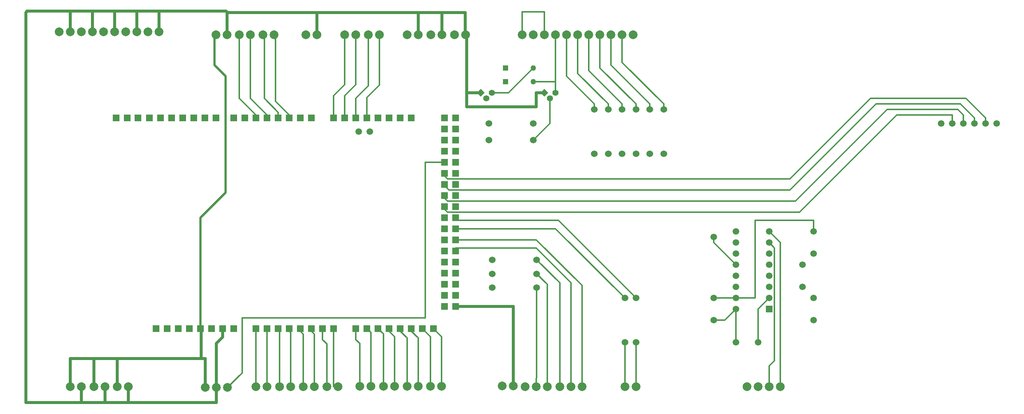
<source format=gbr>
G04 DipTrace 3.0.0.1*
G04 Bottom.gbr*
%MOMM*%
G04 #@! TF.FileFunction,Copper,L2,Bot*
G04 #@! TF.Part,Single*
%AMOUTLINE0*5,1,4,0,0,1.8,-90.0*%
G04 #@! TA.AperFunction,Conductor*
%ADD14C,0.66*%
%ADD15C,0.33*%
%ADD16C,0.5*%
G04 #@! TA.AperFunction,ComponentPad*
%ADD19C,1.5*%
%ADD21C,2.0*%
%ADD22R,1.5X1.5*%
%ADD23R,1.27X1.27*%
%ADD24C,1.27*%
%ADD25C,1.524*%
%ADD26C,1.524*%
%ADD27C,1.5*%
%ADD28C,1.4*%
%ADD61OUTLINE0*%
%FSLAX35Y35*%
G04*
G71*
G90*
G75*
G01*
G04 Bottom*
%LPD*%
X11620500Y8826500D2*
D15*
Y9348913D1*
X12128500D1*
Y8826500D1*
X4364227Y745450D2*
D14*
Y1409917D1*
X4268833D1*
Y2017667D1*
D15*
X4254500Y2032000D1*
Y2095500D1*
D16*
Y4635500D1*
X4826000Y5207000D1*
Y7874000D1*
X4572000Y8128000D1*
Y8826500D1*
D15*
X4603750D1*
X4268833Y1409917D2*
D14*
X2349503D1*
X1809753D1*
X1270000D1*
Y762000D1*
X1809753D2*
Y1409917D1*
X2349503Y762000D2*
Y1409917D1*
X1270000Y8890000D2*
Y9364440D1*
X1778000D1*
X2286000D1*
X2794000D1*
X3302000D1*
X4839767D1*
D15*
X4857750Y9346457D1*
D14*
Y8826500D1*
X2286000Y8890000D2*
Y9364440D1*
X2794000Y8890000D2*
Y9364440D1*
X3302000Y8890000D2*
Y9364440D1*
X1778000Y8890000D2*
Y9364440D1*
X9239250Y8826500D2*
Y9319390D1*
D15*
X9252553Y9332693D1*
D14*
X9770343D1*
X10316067D1*
Y8829183D1*
D15*
X10318750Y8826500D1*
X9252553Y9332693D2*
D14*
X6921500D1*
Y8826500D1*
X9779000D2*
Y9324037D1*
D15*
X9770343Y9332693D1*
X6921500D2*
D14*
X4871513D1*
D15*
X4857750Y9346457D1*
X10668000Y7493000D2*
D14*
X10350500D1*
Y8794750D1*
D15*
X10318750Y8826500D1*
X10350500Y7493000D2*
D14*
Y7175500D1*
X11938000D1*
Y7493000D1*
X12128500D1*
X2603503Y762000D2*
Y396007D1*
X4618227D1*
Y745450D1*
Y1755257D1*
X4762500Y1899530D1*
Y2095500D1*
X2603503Y396007D2*
X2063753D1*
X1524000D1*
Y753090D1*
D15*
Y762000D1*
X2063753D2*
D14*
Y396007D1*
X1270000Y9364440D2*
X283940D1*
X254607Y9335107D1*
Y396007D1*
X1524000D1*
X11874500Y8064500D2*
D15*
X11303000Y7493000D1*
X10922000D1*
X12477750Y762000D2*
Y3140870D1*
X11952333Y3666287D1*
X12731750Y762000D2*
Y3143250D1*
X11938000Y3937000D1*
X10096500D1*
Y3873500D1*
X12985750Y762000D2*
Y3079750D1*
X11938000Y4127500D1*
X10096500D1*
X11874500Y6413500D2*
X12255500Y6794500D1*
Y7366000D1*
X12381220Y8825657D2*
Y7747000D1*
X11874500D1*
X12382500D2*
Y7493000D1*
X12889220Y8825657D2*
Y7938780D1*
X13589000Y7239000D1*
Y7112000D1*
X12635220Y8825657D2*
Y7875280D1*
X13271500Y7239000D1*
Y7112000D1*
X5143500Y8826500D2*
Y7366000D1*
X5524500Y6985000D1*
Y6921500D1*
X5397500Y8826500D2*
Y7366000D1*
X5778500Y6985000D1*
Y6921500D1*
X5683250Y8826500D2*
X5715000D1*
Y7366000D1*
X6032500Y7048500D1*
Y6921500D1*
X5937250Y8826500D2*
X5969000D1*
Y7302500D1*
X6286500Y6985000D1*
Y6921500D1*
X9588500Y2095500D2*
X9775140Y1908860D1*
Y773347D1*
X9334500Y2095500D2*
X9521140Y1908860D1*
Y773347D1*
X7556500Y8826500D2*
Y7683500D1*
X7302500Y7429500D1*
Y6921500D1*
X7810500Y8826500D2*
Y7683500D1*
X7556500Y7429500D1*
Y6921500D1*
X8096250Y8826500D2*
Y7651750D1*
X7810500Y7366000D1*
Y6921500D1*
X8350250Y8826500D2*
Y7669970D1*
X8064500Y7384220D1*
Y6921500D1*
X12192000Y762000D2*
Y3109120D1*
X11952333Y3348787D1*
X9842500Y5905500D2*
X9398000D1*
Y2335500D1*
X5207000D1*
Y1080223D1*
X4872227Y745450D1*
X10096500Y4381500D2*
X12382500D1*
X13970000Y2794000D1*
X16510000D2*
X16002000D1*
X16510000D2*
X16954500D1*
Y4572000D1*
X18288000D1*
Y4318000D1*
X11414123Y777873D2*
D14*
Y2603500D1*
X10096500D1*
X17018000Y1778000D2*
D15*
Y2540000D1*
X17272000Y2794000D1*
X11938000Y762000D2*
Y952500D1*
X11952333Y966833D1*
Y3031287D1*
X13398500Y8826500D2*
Y8064500D1*
X14224000Y7239000D1*
Y7112000D1*
X13144500Y8826500D2*
Y8001000D1*
X13906500Y7239000D1*
Y7112000D1*
X13652500Y8826500D2*
Y8128000D1*
X14541500Y7239000D1*
Y7112000D1*
X13906500Y8826500D2*
Y8191500D1*
X14859000Y7239000D1*
Y7112000D1*
X9080500Y2095500D2*
Y2032000D1*
X9235263Y1877237D1*
Y773350D1*
X8826500Y2095500D2*
Y2032000D1*
X8981263Y1877237D1*
Y773350D1*
X8318500Y2095500D2*
X8441527Y1972473D1*
Y773223D1*
X8572500Y2095500D2*
Y2032000D1*
X8695527Y1908973D1*
Y773223D1*
X8064500Y2095500D2*
X8155193Y2004807D1*
Y771533D1*
X7810500Y2095500D2*
Y1841343D1*
X7901193Y1750650D1*
Y771533D1*
X7302500Y2095500D2*
Y763443D1*
X7398333D1*
X7048500Y2095500D2*
Y1839210D1*
X7144333Y1743377D1*
Y763443D1*
X6794500Y2095500D2*
Y2032000D1*
X6858000Y1968500D1*
Y762000D1*
X6540500Y2095500D2*
Y2032000D1*
X6604000Y1968500D1*
Y762000D1*
X6286500Y2095500D2*
Y2032000D1*
X6316983Y2001517D1*
Y761567D1*
X6032500Y2095500D2*
X6062983Y2065017D1*
Y761567D1*
X5778500Y2095500D2*
Y2032000D1*
X5777703Y2031203D1*
Y762557D1*
X5524500Y2095500D2*
X5523703Y2094703D1*
Y762557D1*
X16510000Y2540000D2*
Y1778000D1*
X16002000Y2286000D2*
X16256000D1*
X16510000Y2540000D1*
X17272000Y4318000D2*
X17526000Y4064000D1*
Y762000D1*
X17272000Y4064000D2*
X17396507Y3939493D1*
Y1359553D1*
X17272000Y1235047D1*
Y762000D1*
X16002000Y4191000D2*
Y4064000D1*
X16510000Y3556000D1*
X13970000Y1778000D2*
Y762000D1*
X14224000D2*
Y1778000D1*
Y2794000D2*
X12446000Y4572000D1*
X10160000D1*
X10096500Y4635500D1*
X9842500Y5651500D2*
Y5588000D1*
X9906000Y5524500D1*
X17748250D1*
X19589750Y7366000D1*
X21780500D1*
X22225000Y6921500D1*
Y6794500D1*
X9842500Y5397500D2*
Y5365750D1*
X9937750Y5270500D1*
X17748250D1*
X19716750Y7239000D1*
X21653500D1*
X21971000Y6921500D1*
Y6794500D1*
X9842500Y5143500D2*
Y5080000D1*
X9906000Y5016500D1*
X17875250D1*
X19970750Y7112000D1*
X21590000D1*
X21717000Y6985000D1*
Y6858000D1*
X21780500Y6794500D1*
X21717000D1*
X9842500Y4889500D2*
Y4826000D1*
X9906000Y4762500D1*
X17970500D1*
X20193000Y6985000D1*
X21463000D1*
Y6794500D1*
D21*
X2540000Y8890000D3*
X2794000D3*
X3048000D3*
X3302000D3*
X2032000D3*
X2286000D3*
X8096250Y8826500D3*
X8350250D3*
X11160123Y777873D3*
X11414123D3*
X11684000Y762000D3*
X11938000D3*
X12192000D3*
X8985250Y8826500D3*
X9239250D3*
X7556500D3*
X7810500D3*
X6667500D3*
X6921500D3*
X5683250D3*
X5937250D3*
X5143500D3*
X5397500D3*
X12477750Y762000D3*
X12731750D3*
X12985750D3*
D22*
X10096500Y2603500D3*
Y2857500D3*
Y3111500D3*
Y3365500D3*
Y3619500D3*
Y3873500D3*
Y4127500D3*
Y4381500D3*
Y4635500D3*
Y4889500D3*
Y5143500D3*
Y5397500D3*
Y5651500D3*
Y5905500D3*
Y6159500D3*
Y6413500D3*
Y6667500D3*
X9842500Y6921500D3*
Y2603500D3*
Y2857500D3*
Y3111500D3*
Y3365500D3*
Y3619500D3*
Y3873500D3*
Y4127500D3*
Y4381500D3*
Y4635500D3*
Y4889500D3*
Y5143500D3*
Y5397500D3*
Y5651500D3*
Y5905500D3*
Y6159500D3*
Y6413500D3*
Y6667500D3*
X10096500Y6921500D3*
X4508500Y2095500D3*
X4000500D3*
X3746500D3*
X3492500D3*
X3238500D3*
X6794500D3*
X6540500D3*
X6286500D3*
X6032500D3*
X5778500D3*
X5524500D3*
X4605020Y6921500D3*
X4351020D3*
X4097020D3*
X3843020D3*
X3589020D3*
X3335020D3*
X3081020D3*
X2824480D3*
X2573020D3*
X2319020D3*
X6794500D3*
X6540500D3*
X6286500D3*
X6032500D3*
X5778500D3*
X5524500D3*
X5270500D3*
X5016500D3*
X7302500D3*
X7556500D3*
X7810500D3*
X8064500D3*
X8318500D3*
X8572500D3*
X8826500D3*
X9080500D3*
X7048500Y2095500D3*
X7302500D3*
X7810500D3*
X8064500D3*
X8318500D3*
X8572500D3*
X8826500D3*
X9080500D3*
X9334500D3*
X9588500D3*
X4254500D3*
X5016500D3*
X4762500D3*
D21*
X1016000Y8890000D3*
X1270000D3*
D23*
X11239500Y8064500D3*
D24*
X11874500D3*
D21*
X4603750Y8826500D3*
X4857750D3*
X11620500D3*
X11874500D3*
X12128500D3*
X12381220Y8825657D3*
X12635220D3*
X12889220D3*
X13144500Y8826500D3*
X13398500D3*
X13652500D3*
X13906500D3*
X14160500D3*
X9525000D3*
X9779000D3*
X10064750D3*
X10318750D3*
X1270000Y762000D3*
X1524000D3*
X1809753D3*
X2063753D3*
X2349503D3*
X2603503D3*
X1524000Y8890000D3*
X1778000D3*
D25*
X11874500Y6794500D3*
D26*
X10858500D3*
D23*
X11239500Y7747000D3*
D24*
X11874500D3*
D21*
X5523703Y762557D3*
X5777703D3*
X6062983Y761567D3*
X6316983D3*
X6604000Y762000D3*
X6858000D3*
X7144333Y763443D3*
X7398333D3*
X7901193Y771533D3*
X8155193D3*
X8441527Y773223D3*
X8695527D3*
X8981263Y773350D3*
X9235263D3*
X9521140Y773347D3*
X9775140D3*
X4364227Y745450D3*
X4618227D3*
X4872227D3*
D22*
X17272000Y2540000D3*
D27*
Y2794000D3*
Y3048000D3*
Y3302000D3*
Y3556000D3*
Y3810000D3*
Y4064000D3*
Y4318000D3*
X16510000D3*
Y4064000D3*
Y3810000D3*
Y3556000D3*
Y3302000D3*
Y3048000D3*
Y2794000D3*
Y2540000D3*
D25*
X13589000Y7112000D3*
D26*
Y6096000D3*
D25*
X13271500Y7112000D3*
D26*
Y6096000D3*
D25*
X13906500Y7112000D3*
D26*
Y6096000D3*
D25*
X14224000Y7112000D3*
D26*
Y6096000D3*
D25*
X14541500Y7112000D3*
D26*
Y6096000D3*
D25*
X14859000Y7112000D3*
D26*
Y6096000D3*
D25*
X10858500Y6413500D3*
D26*
X11874500D3*
D25*
X10936333Y3666287D3*
D26*
X11952333D3*
D25*
X10936333Y3348787D3*
D26*
X11952333D3*
D25*
X10936333Y3031287D3*
D26*
X11952333D3*
D28*
X12382500Y7493000D3*
X12255500Y7366000D3*
D61*
X12128500Y7493000D3*
D28*
X10922000D3*
X10795000Y7366000D3*
D61*
X10668000Y7493000D3*
D19*
X18288000Y2286000D3*
Y2794000D3*
X18034000Y3556000D3*
Y3048000D3*
X18288000Y3810000D3*
Y4318000D3*
X16002000Y2286000D3*
Y2794000D3*
X16510000Y1778000D3*
X17018000D3*
D21*
X16764000Y762000D3*
X17018000D3*
X17272000D3*
X17526000D3*
D19*
X7874000Y6604000D3*
X8128000D3*
X16002000Y4191000D3*
D21*
X13970000Y762000D3*
X14224000D3*
D25*
X13970000Y1778000D3*
D26*
Y2794000D3*
D25*
X14224000Y1778000D3*
D26*
Y2794000D3*
D19*
X22479000Y6794500D3*
X21209000D3*
X22225000D3*
X21971000D3*
X21717000D3*
X21463000D3*
M02*

</source>
